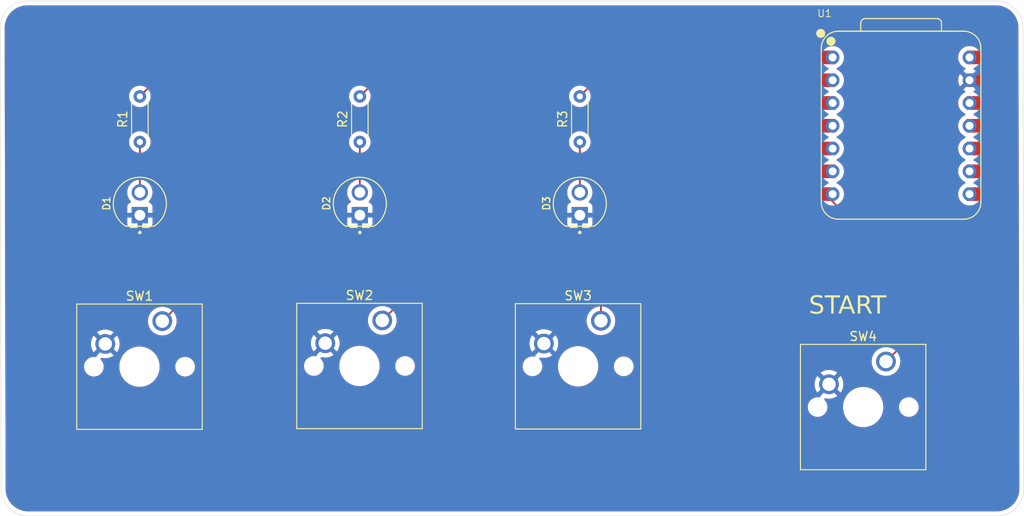
<source format=kicad_pcb>
(kicad_pcb (version 20241229) (generator "pcbnew") (generator_version "9.0")
  (layers (0 "F.Cu" signal) (2 "B.Cu" signal) (13 "F.Paste" user) (15 "B.Paste" user) (5 "F.SilkS" user "F.Silkscreen") (7 "B.SilkS" user "B.Silkscreen") (1 "F.Mask" user) (3 "B.Mask" user) (25 "Edge.Cuts" user))
  (net 0 "")
  (net 1 "Net-(D1-PadA)")
  (net 2 "Net-(D2-PadA)")
  (net 3 "Net-(D3-PadA)")
  (net 4 "LED1")
  (net 5 "LED2")
  (net 6 "LED3")
  (net 7 "GND")
  (net 8 "button1")
  (net 9 "button2")
  (net 10 "button3")
  (net 17 "button4")
  (footprint "imports:XIAO-RP2040-DIP" (layer "F.Cu") (at 210.28 72.72)
    (property "Reference" "U1" (at -8.52 -12.52 0) (layer "F.SilkS") (effects (font (size 0.8 0.8) (thickness 0.1016))))
    (property "Value" "XIAO-RP2040-DIP" (hide yes))
    (fp_line (start -8.89 8.509) (end -8.89 -8.636) (stroke (width 0.127)) (layer "F.SilkS"))
    (fp_line (start -6.985 10.414) (end 6.985 10.414) (stroke (width 0.127)) (layer "F.SilkS"))
    (fp_line (start -4.495 -10.541) (end -4.491272 -11.451272) (stroke (width 0.127)) (layer "F.SilkS"))
    (fp_line (start -3.991272 -11.951) (end 4.004 -11.951) (stroke (width 0.127)) (layer "F.SilkS"))
    (fp_line (start 4.504 -11.451) (end 4.504 -10.541) (stroke (width 0.127)) (layer "F.SilkS"))
    (fp_line (start 6.985 -10.541) (end -6.985 -10.541) (stroke (width 0.1)) (layer "F.SilkS"))
    (fp_line (start 6.985 -10.541) (end -6.985 -10.541) (stroke (width 0.127)) (layer "F.SilkS"))
    (fp_line (start 8.89 8.509) (end 8.89 -8.636) (stroke (width 0.127)) (layer "F.SilkS"))
    (fp_arc (start -8.89 -8.636) (mid -8.332038 -9.983038) (end -6.985 -10.541) (stroke (width 0.127)) (layer "F.SilkS"))
    (fp_arc (start -6.985 10.414) (mid -8.332038 9.856038) (end -8.89 8.509) (stroke (width 0.127)) (layer "F.SilkS"))
    (fp_arc (start -4.491272 -11.451272) (mid -4.344728 -11.80464) (end -3.991272 -11.951) (stroke (width 0.127)) (layer "F.SilkS"))
    (fp_arc (start 4.004 -11.951) (mid 4.357553 -11.804553) (end 4.504 -11.451) (stroke (width 0.127)) (layer "F.SilkS"))
    (fp_arc (start 6.985 -10.541) (mid 8.332038 -9.983038) (end 8.89 -8.636) (stroke (width 0.127)) (layer "F.SilkS"))
    (fp_arc (start 8.89 8.509) (mid 8.332038 9.856038) (end 6.985 10.414) (stroke (width 0.127)) (layer "F.SilkS"))
    (fp_circle (center -8.95 -10.3) (end -8.95 -10.554) (stroke (width 0.5)) (fill yes) (layer "F.SilkS"))
    (fp_circle (center -7.807 -9.42) (end -7.807 -9.674) (stroke (width 0.5)) (fill yes) (layer "F.SilkS"))
    (pad "1" smd roundrect (at -8.455 -7.62 180) (size 2.432 1.524) (layers "F.Cu" "F.Mask") (roundrect_rratio 0.1) (net 4 "LED1"))
    (pad "1" thru_hole circle (at -7.62 -7.62 180) (size 1.524 1.524) (drill 0.889) (layers "*.Cu" "*.Mask") (net 4 "LED1"))
    (pad "2" smd roundrect (at -8.455 -5.08 180) (size 2.432 1.524) (layers "F.Cu" "F.Mask") (roundrect_rratio 0.1) (net 5 "LED2"))
    (pad "2" thru_hole circle (at -7.62 -5.08 180) (size 1.524 1.524) (drill 0.889) (layers "*.Cu" "*.Mask") (net 5 "LED2"))
    (pad "3" smd roundrect (at -8.455 -2.54 180) (size 2.432 1.524) (layers "F.Cu" "F.Mask") (roundrect_rratio 0.1) (net 6 "LED3"))
    (pad "3" thru_hole circle (at -7.62 -2.54 180) (size 1.524 1.524) (drill 0.889) (layers "*.Cu" "*.Mask") (net 6 "LED3"))
    (pad "4" smd roundrect (at -8.455 0 180) (size 2.432 1.524) (layers "F.Cu" "F.Mask") (roundrect_rratio 0.1) (net 8 "button1"))
    (pad "4" thru_hole circle (at -7.62 0 180) (size 1.524 1.524) (drill 0.889) (layers "*.Cu" "*.Mask") (net 8 "button1"))
    (pad "5" smd roundrect (at -8.455 2.54 180) (size 2.432 1.524) (layers "F.Cu" "F.Mask") (roundrect_rratio 0.1) (net 9 "button2"))
    (pad "5" thru_hole circle (at -7.62 2.54 180) (size 1.524 1.524) (drill 0.889) (layers "*.Cu" "*.Mask") (net 9 "button2"))
    (pad "6" smd roundrect (at -8.455 5.08 180) (size 2.432 1.524) (layers "F.Cu" "F.Mask") (roundrect_rratio 0.1) (net 10 "button3"))
    (pad "6" thru_hole circle (at -7.62 5.08 180) (size 1.524 1.524) (drill 0.889) (layers "*.Cu" "*.Mask") (net 10 "button3"))
    (pad "7" smd roundrect (at -8.455 7.62 180) (size 2.432 1.524) (layers "F.Cu" "F.Mask") (roundrect_rratio 0.1) (net 17 "button4"))
    (pad "7" thru_hole circle (at -7.62 7.62 180) (size 1.524 1.524) (drill 0.889) (layers "*.Cu" "*.Mask") (net 17 "button4"))
    (pad "8" thru_hole circle (at 7.62 7.62) (size 1.524 1.524) (drill 0.889) (layers "*.Cu" "*.Mask"))
    (pad "8" smd roundrect (at 8.455 7.62) (size 2.432 1.524) (layers "F.Cu" "F.Mask") (roundrect_rratio 0.1))
    (pad "9" thru_hole circle (at 7.62 5.08) (size 1.524 1.524) (drill 0.889) (layers "*.Cu" "*.Mask"))
    (pad "9" smd roundrect (at 8.455 5.08) (size 2.432 1.524) (layers "F.Cu" "F.Mask") (roundrect_rratio 0.1))
    (pad "10" thru_hole circle (at 7.62 2.54) (size 1.524 1.524) (drill 0.889) (layers "*.Cu" "*.Mask"))
    (pad "10" smd roundrect (at 8.455 2.54) (size 2.432 1.524) (layers "F.Cu" "F.Mask") (roundrect_rratio 0.1))
    (pad "11" thru_hole circle (at 7.62 0) (size 1.524 1.524) (drill 0.889) (layers "*.Cu" "*.Mask"))
    (pad "11" smd roundrect (at 8.455 0) (size 2.432 1.524) (layers "F.Cu" "F.Mask") (roundrect_rratio 0.1))
    (pad "12" thru_hole circle (at 7.62 -2.54) (size 1.524 1.524) (drill 0.889) (layers "*.Cu" "*.Mask"))
    (pad "12" smd roundrect (at 8.455 -2.54) (size 2.432 1.524) (layers "F.Cu" "F.Mask") (roundrect_rratio 0.1))
    (pad "13" thru_hole circle (at 7.62 -5.08) (size 1.524 1.524) (drill 0.889) (layers "*.Cu" "*.Mask") (net 7 "GND"))
    (pad "13" smd roundrect (at 8.455 -5.08) (size 2.432 1.524) (layers "F.Cu" "F.Mask") (roundrect_rratio 0.1) (net 7 "GND"))
    (pad "14" thru_hole circle (at 7.62 -7.62) (size 1.524 1.524) (drill 0.889) (layers "*.Cu" "*.Mask"))
    (pad "14" smd roundrect (at 8.455 -7.62) (size 2.432 1.524) (layers "F.Cu" "F.Mask") (roundrect_rratio 0.1))
  )
  (footprint "Button_Switch_Keyboard:SW_Cherry_MX_1.00u_PCB" (layer "F.Cu") (at 152.5 94.42)
    (property "Reference" "SW2" (at -2.54 -2.794 0) (layer "F.SilkS"))
    (property "Value" "SW_Push")
    (fp_line (start -9.525 -1.905) (end 4.445 -1.905) (stroke (width 0.12)) (layer "F.SilkS"))
    (fp_line (start -9.525 12.065) (end -9.525 -1.905) (stroke (width 0.12)) (layer "F.SilkS"))
    (fp_line (start 4.445 -1.905) (end 4.445 12.065) (stroke (width 0.12)) (layer "F.SilkS"))
    (fp_line (start 4.445 12.065) (end -9.525 12.065) (stroke (width 0.12)) (layer "F.SilkS"))
    (pad "" np_thru_hole circle (at -7.62 5.08) (size 1.7 1.7) (drill 1.7) (layers "*.Cu" "*.Mask"))
    (pad "" np_thru_hole circle (at -2.54 5.08) (size 4 4) (drill 4) (layers "*.Cu" "*.Mask"))
    (pad "" np_thru_hole circle (at 2.54 5.08) (size 1.7 1.7) (drill 1.7) (layers "*.Cu" "*.Mask"))
    (pad "1" thru_hole circle (at 0 0) (size 2.2 2.2) (drill 1.5) (layers "*.Cu" "*.Mask") (net 9 "button2"))
    (pad "2" thru_hole circle (at -6.35 2.54) (size 2.2 2.2) (drill 1.5) (layers "*.Cu" "*.Mask") (net 7 "GND"))
  )
  (footprint "imports:LEDRD254W57D500H1070" (layer "F.Cu") (at 125.5 81.42 90)
    (property "Reference" "D1" (at 0.04 -3.708 90) (layer "F.SilkS") (effects (font (size 0.8 0.8))))
    (property "Value" "L08R5000Q1")
    (fp_line (start -2.5 -1.566) (end -2.5 1.566) (stroke (width 0.127)) (layer "F.SilkS"))
    (fp_arc (start -2.5 -1.566) (mid 2.961291 0) (end -2.5 1.566) (stroke (width 0.127)) (layer "F.SilkS"))
    (fp_circle (center -3.2 0) (end -3.1 0) (stroke (width 0.2)) (fill no) (layer "F.SilkS"))
    (pad "A" thru_hole circle (at 1.27 0 90) (size 1.815 1.815) (drill 1.21) (layers "*.Cu" "*.Mask") (net 1 "Net-(D1-PadA)"))
    (pad "C" thru_hole rect (at -1.27 0 90) (size 1.815 1.815) (drill 1.21) (layers "*.Cu" "*.Mask") (net 7 "GND"))
  )
  (footprint "Button_Switch_Keyboard:SW_Cherry_MX_1.00u_PCB" (layer "F.Cu") (at 128 94.5)
    (property "Reference" "SW1" (at -2.54 -2.794 0) (layer "F.SilkS"))
    (property "Value" "SW_Push")
    (fp_line (start -9.525 -1.905) (end 4.445 -1.905) (stroke (width 0.12)) (layer "F.SilkS"))
    (fp_line (start -9.525 12.065) (end -9.525 -1.905) (stroke (width 0.12)) (layer "F.SilkS"))
    (fp_line (start 4.445 -1.905) (end 4.445 12.065) (stroke (width 0.12)) (layer "F.SilkS"))
    (fp_line (start 4.445 12.065) (end -9.525 12.065) (stroke (width 0.12)) (layer "F.SilkS"))
    (pad "" np_thru_hole circle (at -7.62 5.08) (size 1.7 1.7) (drill 1.7) (layers "*.Cu" "*.Mask"))
    (pad "" np_thru_hole circle (at -2.54 5.08) (size 4 4) (drill 4) (layers "*.Cu" "*.Mask"))
    (pad "" np_thru_hole circle (at 2.54 5.08) (size 1.7 1.7) (drill 1.7) (layers "*.Cu" "*.Mask"))
    (pad "1" thru_hole circle (at 0 0) (size 2.2 2.2) (drill 1.5) (layers "*.Cu" "*.Mask") (net 8 "button1"))
    (pad "2" thru_hole circle (at -6.35 2.54) (size 2.2 2.2) (drill 1.5) (layers "*.Cu" "*.Mask") (net 7 "GND"))
  )
  (footprint "Resistor_THT:R_Axial_DIN0204_L3.6mm_D1.6mm_P5.08mm_Horizontal" (layer "F.Cu") (at 150 74.53 90)
    (property "Reference" "R2" (at 2.54 -1.92 90) (layer "F.SilkS"))
    (property "Value" "R")
    (fp_line (start 0.62 -0.92) (end 4.46 -0.92) (stroke (width 0.12)) (layer "F.SilkS"))
    (fp_line (start 0.62 0.92) (end 4.46 0.92) (stroke (width 0.12)) (layer "F.SilkS"))
    (pad "1" thru_hole circle (at 0 0 90) (size 1.4 1.4) (drill 0.7) (layers "*.Cu" "*.Mask") (net 2 "Net-(D2-PadA)"))
    (pad "2" thru_hole circle (at 5.08 0 90) (size 1.4 1.4) (drill 0.7) (layers "*.Cu" "*.Mask") (net 5 "LED2"))
  )
  (footprint "imports:LEDRD254W57D500H1070" (layer "F.Cu") (at 150 81.42 90)
    (property "Reference" "D2" (at 0.04 -3.708 90) (layer "F.SilkS") (effects (font (size 0.8 0.8))))
    (property "Value" "L08R5000Q1")
    (fp_line (start -2.5 -1.566) (end -2.5 1.566) (stroke (width 0.127)) (layer "F.SilkS"))
    (fp_arc (start -2.5 -1.566) (mid 2.961291 0) (end -2.5 1.566) (stroke (width 0.127)) (layer "F.SilkS"))
    (fp_circle (center -3.2 0) (end -3.1 0) (stroke (width 0.2)) (fill no) (layer "F.SilkS"))
    (pad "A" thru_hole circle (at 1.27 0 90) (size 1.815 1.815) (drill 1.21) (layers "*.Cu" "*.Mask") (net 2 "Net-(D2-PadA)"))
    (pad "C" thru_hole rect (at -1.27 0 90) (size 1.815 1.815) (drill 1.21) (layers "*.Cu" "*.Mask") (net 7 "GND"))
  )
  (footprint "Button_Switch_Keyboard:SW_Cherry_MX_1.00u_PCB" (layer "F.Cu") (at 208.6 99)
    (property "Reference" "SW4" (at -2.54 -2.794 0) (layer "F.SilkS"))
    (property "Value" "SW_Push")
    (fp_line (start -9.525 -1.905) (end 4.445 -1.905) (stroke (width 0.12)) (layer "F.SilkS"))
    (fp_line (start -9.525 12.065) (end -9.525 -1.905) (stroke (width 0.12)) (layer "F.SilkS"))
    (fp_line (start 4.445 -1.905) (end 4.445 12.065) (stroke (width 0.12)) (layer "F.SilkS"))
    (fp_line (start 4.445 12.065) (end -9.525 12.065) (stroke (width 0.12)) (layer "F.SilkS"))
    (pad "" np_thru_hole circle (at -7.62 5.08) (size 1.7 1.7) (drill 1.7) (layers "*.Cu" "*.Mask"))
    (pad "" np_thru_hole circle (at -2.54 5.08) (size 4 4) (drill 4) (layers "*.Cu" "*.Mask"))
    (pad "" np_thru_hole circle (at 2.54 5.08) (size 1.7 1.7) (drill 1.7) (layers "*.Cu" "*.Mask"))
    (pad "1" thru_hole circle (at 0 0) (size 2.2 2.2) (drill 1.5) (layers "*.Cu" "*.Mask") (net 17 "button4"))
    (pad "2" thru_hole circle (at -6.35 2.54) (size 2.2 2.2) (drill 1.5) (layers "*.Cu" "*.Mask") (net 7 "GND"))
  )
  (footprint "Button_Switch_Keyboard:SW_Cherry_MX_1.00u_PCB" (layer "F.Cu") (at 176.85 94.46)
    (property "Reference" "SW3" (at -2.54 -2.794 0) (layer "F.SilkS"))
    (property "Value" "SW_Push")
    (fp_line (start -9.525 -1.905) (end 4.445 -1.905) (stroke (width 0.12)) (layer "F.SilkS"))
    (fp_line (start -9.525 12.065) (end -9.525 -1.905) (stroke (width 0.12)) (layer "F.SilkS"))
    (fp_line (start 4.445 -1.905) (end 4.445 12.065) (stroke (width 0.12)) (layer "F.SilkS"))
    (fp_line (start 4.445 12.065) (end -9.525 12.065) (stroke (width 0.12)) (layer "F.SilkS"))
    (pad "" np_thru_hole circle (at -7.62 5.08) (size 1.7 1.7) (drill 1.7) (layers "*.Cu" "*.Mask"))
    (pad "" np_thru_hole circle (at -2.54 5.08) (size 4 4) (drill 4) (layers "*.Cu" "*.Mask"))
    (pad "" np_thru_hole circle (at 2.54 5.08) (size 1.7 1.7) (drill 1.7) (layers "*.Cu" "*.Mask"))
    (pad "1" thru_hole circle (at 0 0) (size 2.2 2.2) (drill 1.5) (layers "*.Cu" "*.Mask") (net 10 "button3"))
    (pad "2" thru_hole circle (at -6.35 2.54) (size 2.2 2.2) (drill 1.5) (layers "*.Cu" "*.Mask") (net 7 "GND"))
  )
  (footprint "Resistor_THT:R_Axial_DIN0204_L3.6mm_D1.6mm_P5.08mm_Horizontal" (layer "F.Cu") (at 125.5 74.53 90)
    (property "Reference" "R1" (at 2.54 -1.92 90) (layer "F.SilkS"))
    (property "Value" "R")
    (fp_line (start 0.62 -0.92) (end 4.46 -0.92) (stroke (width 0.12)) (layer "F.SilkS"))
    (fp_line (start 0.62 0.92) (end 4.46 0.92) (stroke (width 0.12)) (layer "F.SilkS"))
    (pad "1" thru_hole circle (at 0 0 90) (size 1.4 1.4) (drill 0.7) (layers "*.Cu" "*.Mask") (net 1 "Net-(D1-PadA)"))
    (pad "2" thru_hole circle (at 5.08 0 90) (size 1.4 1.4) (drill 0.7) (layers "*.Cu" "*.Mask") (net 4 "LED1"))
  )
  (footprint "Resistor_THT:R_Axial_DIN0204_L3.6mm_D1.6mm_P5.08mm_Horizontal" (layer "F.Cu") (at 174.5 74.53 90)
    (property "Reference" "R3" (at 2.54 -1.92 90) (layer "F.SilkS"))
    (property "Value" "R")
    (fp_line (start 0.62 -0.92) (end 4.46 -0.92) (stroke (width 0.12)) (layer "F.SilkS"))
    (fp_line (start 0.62 0.92) (end 4.46 0.92) (stroke (width 0.12)) (layer "F.SilkS"))
    (pad "1" thru_hole circle (at 0 0 90) (size 1.4 1.4) (drill 0.7) (layers "*.Cu" "*.Mask") (net 3 "Net-(D3-PadA)"))
    (pad "2" thru_hole circle (at 5.08 0 90) (size 1.4 1.4) (drill 0.7) (layers "*.Cu" "*.Mask") (net 6 "LED3"))
  )
  (footprint "imports:LEDRD254W57D500H1070" (layer "F.Cu") (at 174.5 81.42 90)
    (property "Reference" "D3" (at 0.04 -3.708 90) (layer "F.SilkS") (effects (font (size 0.8 0.8))))
    (property "Value" "L08R5000Q1")
    (fp_line (start -2.5 -1.566) (end -2.5 1.566) (stroke (width 0.127)) (layer "F.SilkS"))
    (fp_arc (start -2.5 -1.566) (mid 2.961291 0) (end -2.5 1.566) (stroke (width 0.127)) (layer "F.SilkS"))
    (fp_circle (center -3.2 0) (end -3.1 0) (stroke (width 0.2)) (fill no) (layer "F.SilkS"))
    (pad "A" thru_hole circle (at 1.27 0 90) (size 1.815 1.815) (drill 1.21) (layers "*.Cu" "*.Mask") (net 3 "Net-(D3-PadA)"))
    (pad "C" thru_hole rect (at -1.27 0 90) (size 1.815 1.815) (drill 1.21) (layers "*.Cu" "*.Mask") (net 7 "GND"))
  )
  (gr_arc (start 223.95 113.2) (mid 223.07132 115.32132) (end 220.95 116.2) (stroke (width 0.05)) (layer "Edge.Cuts"))
  (gr_arc (start 113.05 116.2) (mid 110.92868 115.32132) (end 110.05 113.2) (stroke (width 0.05)) (layer "Edge.Cuts"))
  (gr_line (start 220.95 116.2) (end 113.05 116.2) (stroke (width 0.05)) (layer "Edge.Cuts"))
  (gr_arc (start 109.95 61.8) (mid 110.82868 59.67868) (end 112.95 58.8) (stroke (width 0.05)) (layer "Edge.Cuts"))
  (gr_line (start 223.85 61.8) (end 223.95 113.2) (stroke (width 0.05)) (layer "Edge.Cuts"))
  (gr_line (start 112.95 58.8) (end 220.85 58.8) (stroke (width 0.05)) (layer "Edge.Cuts"))
  (gr_arc (start 220.85 58.8) (mid 222.97132 59.67868) (end 223.85 61.8) (stroke (width 0.05)) (layer "Edge.Cuts"))
  (gr_line (start 110.05 113.2) (end 109.95 61.8) (stroke (width 0.05)) (layer "Edge.Cuts"))
  (gr_text "START" (at 200 94 0) (layer "F.SilkS") (effects (font (size 2 2) (thickness 0.1)) (justify left bottom)))
  (segment (start 125.5 74.53) (end 125.5 80.15) (width 0.2) (layer "F.Cu") (net 1))
  (segment (start 150 74.53) (end 150 80.15) (width 0.2) (layer "F.Cu") (net 2))
  (segment (start 174.5 74.53) (end 174.5 80.15) (width 0.2) (layer "F.Cu") (net 3))
  (segment (start 125.5 69.45) (end 127.75 67.2) (width 0.2) (layer "F.Cu") (net 4))
  (segment (start 199.725 67.2) (end 201.825 65.1) (width 0.2) (layer "F.Cu") (net 4))
  (segment (start 127.75 67.2) (end 199.725 67.2) (width 0.2) (layer "F.Cu") (net 4))
  (segment (start 151.81 67.64) (end 201.825 67.64) (width 0.2) (layer "F.Cu") (net 5))
  (segment (start 150 69.45) (end 151.81 67.64) (width 0.2) (layer "F.Cu") (net 5))
  (segment (start 175.909 68.041) (end 174.5 69.45) (width 0.2) (layer "F.Cu") (net 6))
  (segment (start 199.686 68.041) (end 201.825 70.18) (width 0.2) (layer "F.Cu") (net 6))
  (segment (start 175.909 68.041) (end 199.686 68.041) (width 0.2) (layer "F.Cu") (net 6))
  (segment (start 128 94.5) (end 135.3 87.2) (width 0.2) (layer "F.Cu") (net 8))
  (segment (start 196.88 72.72) (end 201.825 72.72) (width 0.2) (layer "F.Cu") (net 8))
  (segment (start 135.3 87.2) (end 182.4 87.2) (width 0.2) (layer "F.Cu") (net 8))
  (segment (start 182.4 87.2) (end 196.88 72.72) (width 0.2) (layer "F.Cu") (net 8))
  (segment (start 159.319 87.601) (end 182.5661 87.601) (width 0.2) (layer "F.Cu") (net 9))
  (segment (start 182.5661 87.601) (end 194.9071 75.26) (width 0.2) (layer "F.Cu") (net 9))
  (segment (start 152.5 94.42) (end 159.319 87.601) (width 0.2) (layer "F.Cu") (net 9))
  (segment (start 194.9071 75.26) (end 201.825 75.26) (width 0.2) (layer "F.Cu") (net 9))
  (segment (start 179.498 88.002) (end 182.7322 88.002) (width 0.2) (layer "F.Cu") (net 10))
  (segment (start 176.85 94.46) (end 176.85 90.65) (width 0.2) (layer "F.Cu") (net 10))
  (segment (start 182.7322 88.002) (end 192.9342 77.8) (width 0.2) (layer "F.Cu") (net 10))
  (segment (start 176.85 90.65) (end 179.498 88.002) (width 0.2) (layer "F.Cu") (net 10))
  (segment (start 192.9342 77.8) (end 201.825 77.8) (width 0.2) (layer "F.Cu") (net 10))
  (segment (start 210.3 88.815) (end 201.825 80.34) (width 0.2) (layer "F.Cu") (net 17))
  (segment (start 210.3 97.3) (end 210.3 88.815) (width 0.2) (layer "F.Cu") (net 17))
  (segment (start 208.6 99) (end 210.3 97.3) (width 0.2) (layer "F.Cu") (net 17))
  (zone (net 7) (net_name "GND") (layer "F.Cu") (connect_pads (clearance 0.5)) (min_thickness 0.25) (fill yes (thermal_gap 0.5) (thermal_bridge_width 0.5))
    (polygon (pts (xy 223.9 116.2) (xy 223.9 58.7) (xy 110 58.7) (xy 110 116.2)))
  )
  (zone (net 7) (net_name "GND") (layer "B.Cu") (connect_pads (clearance 0.5)) (min_thickness 0.25) (fill yes (thermal_gap 0.5) (thermal_bridge_width 0.5))
    (polygon (pts (xy 223.9 116.2) (xy 223.9 58.7) (xy 110 58.7) (xy 110 116.2)))
  )
)
</source>
